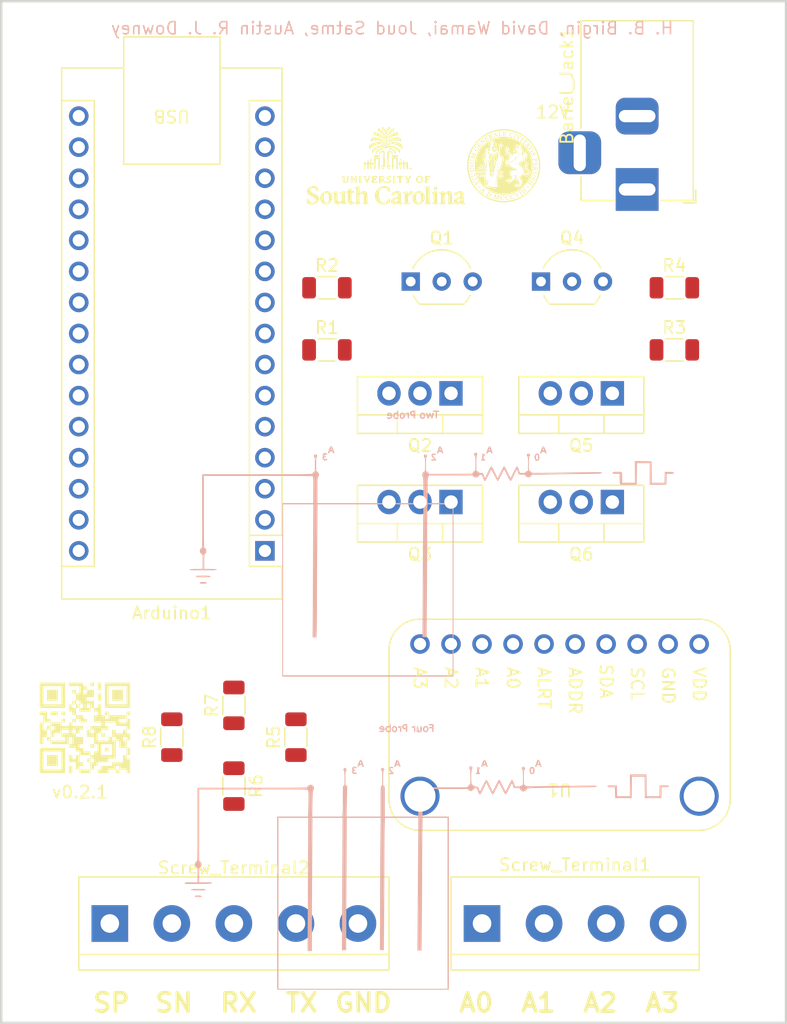
<source format=kicad_pcb>
(kicad_pcb (version 20221018) (generator pcbnew)
  (layers (0 "F.Cu" signal) (31 "B.Cu" signal) (34 "B.Paste" user) (35 "F.Paste" user) (36 "B.SilkS" user "B.Silkscreen") (37 "F.SilkS" user "F.Silkscreen") (38 "B.Mask" user) (39 "F.Mask" user) (44 "Edge.Cuts" user))
  (net 0 "")
  (net 1 "AN0")
  (net 2 "VDD")
  (net 3 "TX")
  (net 4 "RX")
  (net 5 "Net-(Arduino1-~{RESET}-Pad3)")
  (net 12 "LOGIC2")
  (net 13 "LOGIC1")
  (net 27 "VPP")
  (net 28 "SP")
  (net 29 "SN")
  (net 30 "Net-(Q1-C)")
  (net 31 "Net-(Q1-B)")
  (net 32 "Net-(Q4-C)")
  (net 33 "Net-(Q4-B)")
  (net 34 "Net-(Screw_Terminal2-Pin_4)")
  (net 35 "Net-(Arduino1-SDA{slash}A4)")
  (net 36 "Net-(Arduino1-SCL{slash}A5)")
  (net 37 "GND")
  (net 39 "AIN3")
  (net 40 "AIN2")
  (net 41 "AIN1")
  (footprint "boardGraphics:github" (layer "F.Cu") (at 137.668 103.378)
    (fp_text reference "G7" hide)
    (fp_text value "LOGO" hide)
  )
  (footprint "Resistor_SMD:R_1206_3216Metric" (layer "F.Cu") (at 157.48 67.381)
    (fp_text reference "R2" (at 0 -1.82) (layer "F.SilkS"))
    (fp_text value "10k")
    (pad "1" smd roundrect (at -1.4625 0) (size 1.125 1.75) (layers "F.Cu" "F.Paste" "F.Mask") (roundrect_rratio 0.222222) (net 27 "VPP"))
    (pad "2" smd roundrect (at 1.4625 0) (size 1.125 1.75) (layers "F.Cu" "F.Paste" "F.Mask") (roundrect_rratio 0.222222) (net 30 "Net-(Q1-C)"))
  )
  (footprint "Resistor_SMD:R_1206_3216Metric" (layer "F.Cu") (at 149.86 108.1425 -90)
    (fp_text reference "R6" (at 0 -1.82 90) (layer "F.SilkS"))
    (fp_text value "10k")
    (pad "1" smd roundrect (at -1.4625 0 270) (size 1.125 1.75) (layers "F.Cu" "F.Paste" "F.Mask") (roundrect_rratio 0.222222) (net 2 "VDD"))
    (pad "2" smd roundrect (at 1.4625 0 270) (size 1.125 1.75) (layers "F.Cu" "F.Paste" "F.Mask") (roundrect_rratio 0.222222) (net 36 "Net-(Arduino1-SCL{slash}A5)"))
  )
  (footprint "boardGraphics:upg" (layer "F.Cu") (at 171.958 57.404)
    (fp_text reference "G3" hide)
    (fp_text value "LOGO" hide)
  )
  (footprint "Resistor_SMD:R_1206_3216Metric" (layer "F.Cu") (at 185.928 67.381)
    (fp_text reference "R4" (at 0 -1.82) (layer "F.SilkS"))
    (fp_text value "10k")
    (pad "1" smd roundrect (at -1.4625 0) (size 1.125 1.75) (layers "F.Cu" "F.Paste" "F.Mask") (roundrect_rratio 0.222222) (net 27 "VPP"))
    (pad "2" smd roundrect (at 1.4625 0) (size 1.125 1.75) (layers "F.Cu" "F.Paste" "F.Mask") (roundrect_rratio 0.222222) (net 32 "Net-(Q4-C)"))
  )
  (footprint "Package_TO_SOT_THT:TO-220-3_Vertical" (layer "F.Cu") (at 167.64 76.017 180)
    (fp_text reference "Q2" (at 2.54 -4.27) (layer "F.SilkS"))
    (fp_text value "IRF9540N" hide)
    (pad "1" thru_hole rect (at 0 0 180) (size 1.905 2) (drill 1.1) (layers "*.Cu" "*.Mask") (net 30 "Net-(Q1-C)"))
    (pad "2" thru_hole oval (at 2.54 0 180) (size 1.905 2) (drill 1.1) (layers "*.Cu" "*.Mask") (net 28 "SP"))
    (pad "3" thru_hole oval (at 5.08 0 180) (size 1.905 2) (drill 1.1) (layers "*.Cu" "*.Mask") (net 27 "VPP"))
  )
  (footprint "Package_TO_SOT_THT:TO-220-3_Vertical" (layer "F.Cu") (at 180.848 76.017 180)
    (fp_text reference "Q5" (at 2.54 -4.27) (layer "F.SilkS"))
    (fp_text value "IRF9540N" hide)
    (pad "1" thru_hole rect (at 0 0 180) (size 1.905 2) (drill 1.1) (layers "*.Cu" "*.Mask") (net 32 "Net-(Q4-C)"))
    (pad "2" thru_hole oval (at 2.54 0 180) (size 1.905 2) (drill 1.1) (layers "*.Cu" "*.Mask") (net 29 "SN"))
    (pad "3" thru_hole oval (at 5.08 0 180) (size 1.905 2) (drill 1.1) (layers "*.Cu" "*.Mask") (net 27 "VPP"))
  )
  (footprint "Package_TO_SOT_THT:TO-220-3_Vertical" (layer "F.Cu") (at 167.64 84.907 180)
    (fp_text reference "Q3" (at 2.54 -4.27) (layer "F.SilkS"))
    (fp_text value "IRF540N" hide)
    (pad "1" thru_hole rect (at 0 0 180) (size 1.905 2) (drill 1.1) (layers "*.Cu" "*.Mask") (net 12 "LOGIC2"))
    (pad "2" thru_hole oval (at 2.54 0 180) (size 1.905 2) (drill 1.1) (layers "*.Cu" "*.Mask") (net 28 "SP"))
    (pad "3" thru_hole oval (at 5.08 0 180) (size 1.905 2) (drill 1.1) (layers "*.Cu" "*.Mask") (net 37 "GND"))
  )
  (footprint "Connector_BarrelJack:BarrelJack_Horizontal" (layer "F.Cu") (at 182.88 59.34 -90)
    (fp_text reference "Barrel_Jack1" (at -8.45 5.75 90) (layer "F.SilkS"))
    (fp_text value "Barrel_Jack")
    (pad "1" thru_hole rect (at 0 0 270) (size 3.5 3.5) (drill oval 1 3) (layers "*.Cu" "*.Mask") (net 27 "VPP"))
    (pad "2" thru_hole roundrect (at -6 0 270) (size 3 3.5) (drill oval 1 3) (layers "*.Cu" "*.Mask") (net 37 "GND"))
    (pad "3" thru_hole roundrect (at -3 4.7 270) (size 3.5 3.5) (drill oval 3 1) (layers "*.Cu" "*.Mask"))
  )
  (footprint "Package_TO_SOT_THT:TO-92_Inline_Wide" (layer "F.Cu") (at 175.006 66.873)
    (fp_text reference "Q4" (at 2.54 -3.56) (layer "F.SilkS"))
    (fp_text value "BC549" hide)
    (pad "1" thru_hole rect (at 0 0) (size 1.5 1.5) (drill 0.8) (layers "*.Cu" "*.Mask") (net 32 "Net-(Q4-C)"))
    (pad "2" thru_hole circle (at 2.54 0) (size 1.5 1.5) (drill 0.8) (layers "*.Cu" "*.Mask") (net 33 "Net-(Q4-B)"))
    (pad "3" thru_hole circle (at 5.08 0) (size 1.5 1.5) (drill 0.8) (layers "*.Cu" "*.Mask") (net 37 "GND"))
  )
  (footprint "Resistor_SMD:R_1206_3216Metric" (layer "F.Cu") (at 144.78 104.14 90)
    (fp_text reference "R8" (at 0 -1.82 90) (layer "F.SilkS"))
    (fp_text value "1k")
    (pad "1" smd roundrect (at -1.4625 0 90) (size 1.125 1.75) (layers "F.Cu" "F.Paste" "F.Mask") (roundrect_rratio 0.222222) (net 34 "Net-(Screw_Terminal2-Pin_4)"))
    (pad "2" smd roundrect (at 1.4625 0 90) (size 1.125 1.75) (layers "F.Cu" "F.Paste" "F.Mask") (roundrect_rratio 0.222222) (net 3 "TX"))
  )
  (footprint "boardGraphics:uofsc" (layer "F.Cu") (at 162.306 57.404)
    (fp_text reference "G2" hide)
    (fp_text value "LOGO" hide)
  )
  (footprint "Package_TO_SOT_THT:TO-92_Inline_Wide" (layer "F.Cu") (at 164.338 66.873)
    (fp_text reference "Q1" (at 2.54 -3.56) (layer "F.SilkS"))
    (fp_text value "BC549" hide)
    (pad "1" thru_hole rect (at 0 0) (size 1.5 1.5) (drill 0.8) (layers "*.Cu" "*.Mask") (net 30 "Net-(Q1-C)"))
    (pad "2" thru_hole circle (at 2.54 0) (size 1.5 1.5) (drill 0.8) (layers "*.Cu" "*.Mask") (net 31 "Net-(Q1-B)"))
    (pad "3" thru_hole circle (at 5.08 0) (size 1.5 1.5) (drill 0.8) (layers "*.Cu" "*.Mask") (net 37 "GND"))
  )
  (footprint "TerminalBlock:TerminalBlock_bornier-4_P5.08mm" (layer "F.Cu") (at 170.18 119.38)
    (fp_text reference "Screw_Terminal1" (at 7.6 -4.8) (layer "F.SilkS"))
    (fp_text value "Screw_Terminal_01x04")
    (pad "1" thru_hole rect (at 0 0) (size 3 3) (drill 1.52) (layers "*.Cu" "*.Mask") (net 1 "AN0"))
    (pad "2" thru_hole circle (at 5.08 0) (size 3 3) (drill 1.52) (layers "*.Cu" "*.Mask") (net 41 "AIN1"))
    (pad "3" thru_hole circle (at 10.16 0) (size 3 3) (drill 1.52) (layers "*.Cu" "*.Mask") (net 40 "AIN2"))
    (pad "4" thru_hole circle (at 15.24 0) (size 3 3) (drill 1.52) (layers "*.Cu" "*.Mask") (net 39 "AIN3"))
  )
  (footprint "Module:Arduino_Nano_WithMountingHoles" (layer "F.Cu") (at 152.4 88.9 180)
    (fp_text reference "Arduino1" (at 7.62 -5.08) (layer "F.SilkS"))
    (fp_text value "Arduino_Nano_Every")
    (fp_text user "USB" (at 7.62 35.56 180 unlocked) (layer "F.SilkS"))
    (pad "" np_thru_hole circle (at 0 -2.54 180) (size 1.78 1.78) (drill 1.78) (layers "*.Cu" "*.Mask"))
    (pad "" np_thru_hole circle (at 0 38.1 180) (size 1.78 1.78) (drill 1.78) (layers "*.Cu" "*.Mask"))
    (pad "" np_thru_hole circle (at 15.24 -2.54 180) (size 1.78 1.78) (drill 1.78) (layers "*.Cu" "*.Mask"))
    (pad "" np_thru_hole circle (at 15.24 38.1 180) (size 1.78 1.78) (drill 1.78) (layers "*.Cu" "*.Mask"))
    (pad "1" thru_hole rect (at 0 0 180) (size 1.6 1.6) (drill 1) (layers "*.Cu" "*.Mask") (net 3 "TX"))
    (pad "2" thru_hole oval (at 0 2.54 180) (size 1.6 1.6) (drill 1) (layers "*.Cu" "*.Mask") (net 4 "RX"))
    (pad "3" thru_hole oval (at 0 5.08 180) (size 1.6 1.6) (drill 1) (layers "*.Cu" "*.Mask") (net 5 "Net-(Arduino1-~{RESET}-Pad3)"))
    (pad "4" thru_hole oval (at 0 7.62 180) (size 1.6 1.6) (drill 1) (layers "*.Cu" "*.Mask") (net 37 "GND"))
    (pad "5" thru_hole oval (at 0 10.16 180) (size 1.6 1.6) (drill 1) (layers "*.Cu" "*.Mask"))
    (pad "6" thru_hole oval (at 0 12.7 180) (size 1.6 1.6) (drill 1) (layers "*.Cu" "*.Mask"))
    (pad "7" thru_hole oval (at 0 15.24 180) (size 1.6 1.6) (drill 1) (layers "*.Cu" "*.Mask"))
    (pad "8" thru_hole oval (at 0 17.78 180) (size 1.6 1.6) (drill 1) (layers "*.Cu" "*.Mask"))
    (pad "9" thru_hole oval (at 0 20.32 180) (size 1.6 1.6) (drill 1) (layers "*.Cu" "*.Mask"))
    (pad "10" thru_hole oval (at 0 22.86 180) (size 1.6 1.6) (drill 1) (layers "*.Cu" "*.Mask"))
    (pad "11" thru_hole oval (at 0 25.4 180) (size 1.6 1.6) (drill 1) (layers "*.Cu" "*.Mask") (net 12 "LOGIC2"))
    (pad "12" thru_hole oval (at 0 27.94 180) (size 1.6 1.6) (drill 1) (layers "*.Cu" "*.Mask") (net 13 "LOGIC1"))
    (pad "13" thru_hole oval (at 0 30.48 180) (size 1.6 1.6) (drill 1) (layers "*.Cu" "*.Mask"))
    (pad "14" thru_hole oval (at 0 33.02 180) (size 1.6 1.6) (drill 1) (layers "*.Cu" "*.Mask"))
    (pad "15" thru_hole oval (at 0 35.56 180) (size 1.6 1.6) (drill 1) (layers "*.Cu" "*.Mask"))
    (pad "16" thru_hole oval (at 15.24 35.56 180) (size 1.6 1.6) (drill 1) (layers "*.Cu" "*.Mask"))
    (pad "17" thru_hole oval (at 15.24 33.02 180) (size 1.6 1.6) (drill 1) (layers "*.Cu" "*.Mask"))
    (pad "18" thru_hole oval (at 15.24 30.48 180) (size 1.6 1.6) (drill 1) (layers "*.Cu" "*.Mask"))
    (pad "19" thru_hole oval (at 15.24 27.94 180) (size 1.6 1.6) (drill 1) (layers "*.Cu" "*.Mask"))
    (pad "20" thru_hole oval (at 15.24 25.4 180) (size 1.6 1.6) (drill 1) (layers "*.Cu" "*.Mask"))
    (pad "21" thru_hole oval (at 15.24 22.86 180) (size 1.6 1.6) (drill 1) (layers "*.Cu" "*.Mask"))
    (pad "22" thru_hole oval (at 15.24 20.32 180) (size 1.6 1.6) (drill 1) (layers "*.Cu" "*.Mask"))
    (pad "23" thru_hole oval (at 15.24 17.78 180) (size 1.6 1.6) (drill 1) (layers "*.Cu" "*.Mask") (net 35 "Net-(Arduino1-SDA{slash}A4)"))
    (pad "24" thru_hole oval (at 15.24 15.24 180) (size 1.6 1.6) (drill 1) (layers "*.Cu" "*.Mask") (net 36 "Net-(Arduino1-SCL{slash}A5)"))
    (pad "25" thru_hole oval (at 15.24 12.7 180) (size 1.6 1.6) (drill 1) (layers "*.Cu" "*.Mask"))
    (pad "26" thru_hole oval (at 15.24 10.16 180) (size 1.6 1.6) (drill 1) (layers "*.Cu" "*.Mask"))
    (pad "27" thru_hole oval (at 15.24 7.62 180) (size 1.6 1.6) (drill 1) (layers "*.Cu" "*.Mask") (net 2 "VDD"))
    (pad "28" thru_hole oval (at 15.24 5.08 180) (size 1.6 1.6) (drill 1) (layers "*.Cu" "*.Mask"))
    (pad "29" thru_hole oval (at 15.24 2.54 180) (size 1.6 1.6) (drill 1) (layers "*.Cu" "*.Mask") (net 37 "GND"))
    (pad "30" thru_hole oval (at 15.24 0 180) (size 1.6 1.6) (drill 1) (layers "*.Cu" "*.Mask") (net 27 "VPP"))
  )
  (footprint "ads1115module:Adafruit_ADS1115" (layer "F.Cu") (at 190.5 94.488 180)
    (fp_text reference "U1" (at 13.97 -13.97 180 unlocked) (layer "F.SilkS"))
    (fp_text value "ADS1115IDGS")
    (fp_text user "A2" (at 22.86 -3.81 270 unlocked) (layer "F.SilkS") (effects (justify left)))
    (fp_text user "ALRT" (at 15.24 -3.81 270 unlocked) (layer "F.SilkS") (effects (justify left)))
    (fp_text user "A3" (at 25.4 -3.81 270 unlocked) (layer "F.SilkS") (effects (justify left)))
    (fp_text user "A0" (at 17.78 -3.81 270 unlocked) (layer "F.SilkS") (effects (justify left)))
    (fp_text user "VDD" (at 2.54 -3.81 270 unlocked) (layer "F.SilkS") (effects (justify left)))
    (fp_text user "SDA" (at 10.16 -5.08 270 unlocked) (layer "F.SilkS"))
    (fp_text user "A1" (at 20.32 -3.81 270 unlocked) (layer "F.SilkS") (effects (justify left)))
    (fp_text user "SCL" (at 7.62 -3.81 270 unlocked) (layer "F.SilkS") (effects (justify left)))
    (fp_text user "ADDR" (at 12.7 -3.81 270 unlocked) (layer "F.SilkS") (effects (justify left)))
    (fp_text user "GND" (at 5.08 -3.81 270 unlocked) (layer "F.SilkS") (effects (justify left)))
    (pad "1" thru_hole circle (at 2.54 -2.032 180) (size 1.6 1.6) (drill 1) (layers "*.Cu" "*.Mask") (net 2 "VDD"))
    (pad "2" thru_hole circle (at 5.08 -2.032 180) (size 1.6 1.6) (drill 1) (layers "*.Cu" "*.Mask") (net 37 "GND"))
    (pad "3" thru_hole circle (at 7.62 -2.032 180) (size 1.6 1.6) (drill 1) (layers "*.Cu" "*.Mask") (net 36 "Net-(Arduino1-SCL{slash}A5)"))
    (pad "4" thru_hole circle (at 10.16 -2.032 180) (size 1.6 1.6) (drill 1) (layers "*.Cu" "*.Mask") (net 35 "Net-(Arduino1-SDA{slash}A4)"))
    (pad "5" thru_hole circle (at 12.7 -2.032 180) (size 1.6 1.6) (drill 1) (layers "*.Cu" "*.Mask") (net 37 "GND"))
    (pad "6" thru_hole circle (at 15.24 -2.032 180) (size 1.6 1.6) (drill 1) (layers "*.Cu" "*.Mask"))
    (pad "7" thru_hole circle (at 17.78 -2.032 180) (size 1.6 1.6) (drill 1) (layers "*.Cu" "*.Mask") (net 1 "AN0"))
    (pad "8" thru_hole circle (at 20.32 -2.032 180) (size 1.6 1.6) (drill 1) (layers "*.Cu" "*.Mask") (net 41 "AIN1"))
    (pad "9" thru_hole circle (at 22.86 -2.032 180) (size 1.6 1.6) (drill 1) (layers "*.Cu" "*.Mask") (net 40 "AIN2"))
    (pad "10" thru_hole circle (at 25.4 -2.032 180) (size 1.6 1.6) (drill 1) (layers "*.Cu" "*.Mask") (net 39 "AIN3"))
    (pad "11" thru_hole circle (at 2.54 -14.478 180) (size 3.2 3.2) (drill 2.54) (layers "*.Cu" "*.Mask"))
    (pad "11" thru_hole circle (at 25.4 -14.478 180) (size 3.2 3.2) (drill 2.54) (layers "*.Cu" "*.Mask"))
  )
  (footprint "Resistor_SMD:R_1206_3216Metric" (layer "F.Cu") (at 154.94 104.14 90)
    (fp_text reference "R5" (at 0 -1.82 90) (layer "F.SilkS"))
    (fp_text value "10k")
    (pad "1" smd roundrect (at -1.4625 0 90) (size 1.125 1.75) (layers "F.Cu" "F.Paste" "F.Mask") (roundrect_rratio 0.222222) (net 2 "VDD"))
    (pad "2" smd roundrect (at 1.4625 0 90) (size 1.125 1.75) (layers "F.Cu" "F.Paste" "F.Mask") (roundrect_rratio 0.222222) (net 5 "Net-(Arduino1-~{RESET}-Pad3)"))
  )
  (footprint "Package_TO_SOT_THT:TO-220-3_Vertical" (layer "F.Cu") (at 180.848 84.907 180)
    (fp_text reference "Q6" (at 2.54 -4.27) (layer "F.SilkS"))
    (fp_text value "IRF540N" hide)
    (pad "1" thru_hole rect (at 0 0 180) (size 1.905 2) (drill 1.1) (layers "*.Cu" "*.Mask") (net 13 "LOGIC1"))
    (pad "2" thru_hole oval (at 2.54 0 180) (size 1.905 2) (drill 1.1) (layers "*.Cu" "*.Mask") (net 29 "SN"))
    (pad "3" thru_hole oval (at 5.08 0 180) (size 1.905 2) (drill 1.1) (layers "*.Cu" "*.Mask") (net 37 "GND"))
  )
  (footprint "Resistor_SMD:R_1206_3216Metric" (layer "F.Cu") (at 185.928 72.461)
    (fp_text reference "R3" (at 0 -1.82) (layer "F.SilkS"))
    (fp_text value "1k")
    (pad "1" smd roundrect (at -1.4625 0) (size 1.125 1.75) (layers "F.Cu" "F.Paste" "F.Mask") (roundrect_rratio 0.222222) (net 33 "Net-(Q4-B)"))
    (pad "2" smd roundrect (at 1.4625 0) (size 1.125 1.75) (layers "F.Cu" "F.Paste" "F.Mask") (roundrect_rratio 0.222222) (net 12 "LOGIC2"))
  )
  (footprint "TerminalBlock:TerminalBlock_bornier-5_P5.08mm" (layer "F.Cu") (at 139.7 119.38)
    (fp_text reference "Screw_Terminal2" (at 10.15 -4.55) (layer "F.SilkS"))
    (fp_text value "Screw_Terminal_01x05")
    (pad "1" thru_hole rect (at 0 0) (size 3 3) (drill 1.52) (layers "*.Cu" "*.Mask") (net 28 "SP"))
    (pad "2" thru_hole circle (at 5.08 0) (size 3 3) (drill 1.52) (layers "*.Cu" "*.Mask") (net 29 "SN"))
    (pad "3" thru_hole circle (at 10.16 0) (size 3 3) (drill 1.52) (layers "*.Cu" "*.Mask") (net 4 "RX"))
    (pad "4" thru_hole circle (at 15.24 0) (size 3 3) (drill 1.52) (layers "*.Cu" "*.Mask") (net 34 "Net-(Screw_Terminal2-Pin_4)"))
    (pad "5" thru_hole circle (at 20.32 0) (size 3 3) (drill 1.52) (layers "*.Cu" "*.Mask") (net 37 "GND"))
  )
  (footprint "Resistor_SMD:R_1206_3216Metric" (layer "F.Cu") (at 157.48 72.461)
    (fp_text reference "R1" (at 0 -1.82) (layer "F.SilkS"))
    (fp_text value "1k")
    (pad "1" smd roundrect (at -1.4625 0) (size 1.125 1.75) (layers "F.Cu" "F.Paste" "F.Mask") (roundrect_rratio 0.222222) (net 31 "Net-(Q1-B)"))
    (pad "2" smd roundrect (at 1.4625 0) (size 1.125 1.75) (layers "F.Cu" "F.Paste" "F.Mask") (roundrect_rratio 0.222222) (net 13 "LOGIC1"))
  )
  (footprint "Resistor_SMD:R_1206_3216Metric" (layer "F.Cu") (at 149.86 101.5385 90)
    (fp_text reference "R7" (at 0 -1.82 90) (layer "F.SilkS"))
    (fp_text value "10k")
    (pad "1" smd roundrect (at -1.4625 0 90) (size 1.125 1.75) (layers "F.Cu" "F.Paste" "F.Mask") (roundrect_rratio 0.222222) (net 2 "VDD"))
    (pad "2" smd roundrect (at 1.4625 0 90) (size 1.125 1.75) (layers "F.Cu" "F.Paste" "F.Mask") (roundrect_rratio 0.222222) (net 35 "Net-(Arduino1-SDA{slash}A4)"))
  )
  (footprint "boardGraphics:schematic" (layer "B.Cu") (at 165.862 101.092 180)
    (fp_text reference "G5" hide)
    (fp_text value "LOGO" hide)
  )
  (gr_rect (start 130.81 43.942) (end 195.072 127.508) (stroke (width 0.2)) (fill none) (layer "Edge.Cuts"))
  (gr_text "H. B. Birgin, David Wamai, Joud Satme, Austin R. J. Downey" (at 185.928 46.736) (layer "B.SilkS") (effects (font (size 1 1) (thickness 0.125)) (justify left bottom mirror)))
  (gr_text "RX" (at 148.59 126.746) (layer "F.SilkS") (effects (font (size 1.5 1.5) (thickness 0.3) bold) (justify left bottom)))
  (gr_text "A2" (at 178.308 126.746) (layer "F.SilkS") (effects (font (size 1.5 1.5) (thickness 0.3) bold) (justify left bottom)))
  (gr_text "12V" (at 174.498 53.594) (layer "F.SilkS") (effects (font (size 1 1)) (justify left bottom)))
  (gr_text "TX" (at 153.924 126.746) (layer "F.SilkS") (effects (font (size 1.5 1.5) (thickness 0.3) bold) (justify left bottom)))
  (gr_text "SP" (at 138.176 126.746) (layer "F.SilkS") (effects (font (size 1.5 1.5) (thickness 0.3) bold) (justify left bottom)))
  (gr_text "A0" (at 168.148 126.746) (layer "F.SilkS") (effects (font (size 1.5 1.5) (thickness 0.3) bold) (justify left bottom)))
  (gr_text "v0.2.1\n" (at 134.874 109.22) (layer "F.SilkS") (effects (font (size 1 1)) (justify left bottom)))
  (gr_text "GND" (at 157.988 126.746) (layer "F.SilkS") (effects (font (size 1.5 1.5) (thickness 0.3) bold) (justify left bottom)))
  (gr_text "SN" (at 143.256 126.746) (layer "F.SilkS") (effects (font (size 1.5 1.5) (thickness 0.3) bold) (justify left bottom)))
  (gr_text "A3\n" (at 183.388 126.746) (layer "F.SilkS") (effects (font (size 1.5 1.5) (thickness 0.3) bold) (justify left bottom)))
  (gr_text "A1" (at 173.228 126.746) (layer "F.SilkS") (effects (font (size 1.5 1.5) (thickness 0.3) bold) (justify left bottom)))
)
</source>
